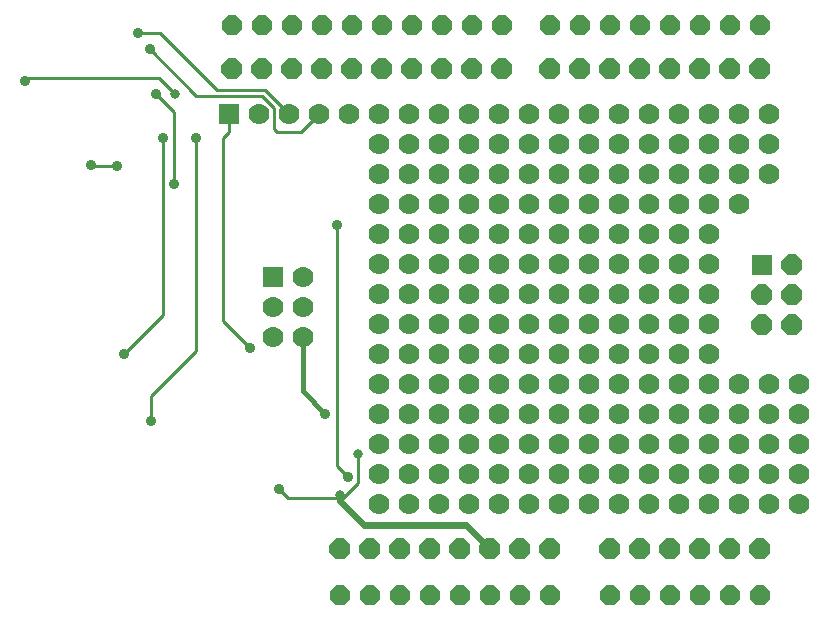
<source format=gbr>
G04 EAGLE Gerber RS-274X export*
G75*
%MOMM*%
%FSLAX34Y34*%
%LPD*%
%INBottom Copper*%
%IPPOS*%
%AMOC8*
5,1,8,0,0,1.08239X$1,22.5*%
G01*
%ADD10C,1.778000*%
%ADD11R,1.778000X1.778000*%
%ADD12P,1.814519X8X22.500000*%
%ADD13P,1.924489X8X22.500000*%
%ADD14P,1.924489X8X112.500000*%
%ADD15P,1.924489X8X292.500000*%
%ADD16C,0.254000*%
%ADD17C,0.906400*%
%ADD18C,0.800100*%
%ADD19C,0.609600*%
%ADD20C,0.406400*%


D10*
X247650Y294640D03*
X247650Y269240D03*
X247650Y243840D03*
D11*
X222250Y294640D03*
D10*
X222250Y269240D03*
X222250Y243840D03*
D12*
X533400Y508000D03*
X508000Y25400D03*
X558800Y508000D03*
X584200Y508000D03*
X609600Y508000D03*
X635000Y508000D03*
X508000Y508000D03*
X482600Y508000D03*
X457200Y508000D03*
X416560Y508000D03*
X391160Y508000D03*
X365760Y508000D03*
X340360Y508000D03*
X314960Y508000D03*
X289560Y508000D03*
X264160Y508000D03*
X238760Y508000D03*
X533400Y25400D03*
X558800Y25400D03*
X584200Y25400D03*
X609600Y25400D03*
X635000Y25400D03*
X457200Y25400D03*
X431800Y25400D03*
X406400Y25400D03*
X381000Y25400D03*
X355600Y25400D03*
X330200Y25400D03*
X213360Y508000D03*
X187960Y508000D03*
X304800Y25400D03*
X279400Y25400D03*
D13*
X661670Y279400D03*
X636270Y279400D03*
D11*
X636270Y304800D03*
D13*
X661670Y304800D03*
X661670Y254000D03*
X636270Y254000D03*
D14*
X457200Y471170D03*
X482600Y471170D03*
X508000Y471170D03*
X533400Y471170D03*
X558800Y471170D03*
X584200Y471170D03*
X609600Y471170D03*
X635000Y471170D03*
D15*
X457200Y64770D03*
X431800Y64770D03*
X406400Y64770D03*
X381000Y64770D03*
X355600Y64770D03*
X330200Y64770D03*
X304800Y64770D03*
X279400Y64770D03*
X635000Y64770D03*
X609600Y64770D03*
X584200Y64770D03*
X558800Y64770D03*
X533400Y64770D03*
X508000Y64770D03*
D14*
X187960Y471170D03*
X213360Y471170D03*
X238760Y471170D03*
X264160Y471170D03*
X289560Y471170D03*
X314960Y471170D03*
X340360Y471170D03*
X365760Y471170D03*
X391160Y471170D03*
X416560Y471170D03*
D11*
X185420Y433070D03*
D10*
X210820Y433070D03*
X236220Y433070D03*
X261620Y433070D03*
X287020Y433070D03*
D16*
X125730Y463550D02*
X15240Y463550D01*
X12700Y461010D01*
D17*
X12700Y461010D03*
D16*
X125730Y463550D02*
X139700Y449580D01*
D18*
X139700Y449580D03*
D17*
X96520Y229870D03*
D16*
X129540Y262890D01*
X129540Y412750D01*
D17*
X129540Y412750D03*
X90170Y388620D03*
D16*
X72390Y388620D01*
X71120Y389890D01*
X68580Y389890D01*
D17*
X68580Y389890D03*
D18*
X294640Y144780D03*
D16*
X281940Y107950D02*
X234950Y107950D01*
X281940Y107950D02*
X294640Y120650D01*
X294640Y144780D01*
D18*
X279400Y110490D03*
D16*
X281940Y107950D01*
X234950Y107950D02*
X227330Y115570D01*
D17*
X227330Y115570D03*
D19*
X386080Y85090D02*
X406400Y64770D01*
X386080Y85090D02*
X299720Y85090D01*
X279400Y105410D01*
X279400Y110490D01*
D20*
X247650Y198120D02*
X247650Y243840D01*
X247650Y198120D02*
X266700Y179070D01*
D17*
X266700Y179070D03*
X119380Y172720D03*
D16*
X119380Y194310D01*
X157480Y232410D01*
X157480Y412750D01*
D17*
X157480Y412750D03*
X123190Y449580D03*
D16*
X138430Y434340D01*
X138430Y373380D01*
D17*
X138430Y373380D03*
X203200Y234950D03*
D16*
X180340Y257810D01*
X180340Y412750D01*
X185420Y417830D01*
X185420Y433070D01*
X246380Y417830D02*
X261620Y433070D01*
X246380Y417830D02*
X226060Y417830D01*
X223520Y420370D01*
X223520Y438150D01*
X213360Y448310D01*
X157480Y448310D01*
X118110Y487680D01*
D17*
X118110Y487680D03*
D10*
X591820Y433070D03*
X591820Y407670D03*
X591820Y382270D03*
X591820Y356870D03*
X591820Y331470D03*
X591820Y306070D03*
X591820Y280670D03*
X591820Y255270D03*
X591820Y229870D03*
X591820Y204470D03*
X591820Y153670D03*
X591820Y179070D03*
X591820Y128270D03*
X591820Y102870D03*
X617220Y102870D03*
X642620Y102870D03*
X642620Y128270D03*
X617220Y128270D03*
X617220Y153670D03*
X668020Y153670D03*
X668020Y128270D03*
X668020Y102870D03*
X642620Y153670D03*
X668020Y179070D03*
X642620Y179070D03*
X617220Y179070D03*
X617220Y204470D03*
X642620Y204470D03*
X668020Y204470D03*
X617220Y356870D03*
X617220Y382270D03*
X642620Y382270D03*
X642620Y407670D03*
X617220Y407670D03*
X617220Y433070D03*
X642620Y433070D03*
X566420Y433070D03*
X566420Y407670D03*
X566420Y382270D03*
X566420Y356870D03*
X566420Y306070D03*
X566420Y331470D03*
X566420Y280670D03*
X566420Y255270D03*
X566420Y229870D03*
X566420Y204470D03*
X566420Y179070D03*
X566420Y153670D03*
X566420Y128270D03*
X566420Y102870D03*
X541020Y102870D03*
X515620Y102870D03*
X515620Y128270D03*
X541020Y128270D03*
X541020Y153670D03*
X515620Y153670D03*
X515620Y179070D03*
X541020Y179070D03*
X541020Y204470D03*
X515620Y204470D03*
X515620Y229870D03*
X541020Y229870D03*
X541020Y255270D03*
X515620Y255270D03*
X515620Y280670D03*
X541020Y280670D03*
X541020Y306070D03*
X515620Y306070D03*
X515620Y331470D03*
X541020Y331470D03*
X541020Y356870D03*
X515620Y356870D03*
X515620Y382270D03*
X541020Y382270D03*
X541020Y407670D03*
X515620Y407670D03*
X515620Y433070D03*
X541020Y433070D03*
X490220Y433070D03*
X490220Y407670D03*
X490220Y382270D03*
X490220Y356870D03*
X490220Y331470D03*
X490220Y280670D03*
X490220Y306070D03*
X490220Y255270D03*
X490220Y229870D03*
X490220Y179070D03*
X490220Y153670D03*
X490220Y128270D03*
X490220Y102870D03*
X490220Y204470D03*
X464820Y102870D03*
X464820Y128270D03*
X464820Y153670D03*
X464820Y179070D03*
X464820Y204470D03*
X464820Y229870D03*
X464820Y255270D03*
X464820Y280670D03*
X464820Y306070D03*
X464820Y331470D03*
X464820Y356870D03*
X464820Y382270D03*
X464820Y407670D03*
X464820Y433070D03*
X439420Y433070D03*
X439420Y407670D03*
X439420Y382270D03*
X439420Y356870D03*
X439420Y331470D03*
X439420Y306070D03*
X439420Y280670D03*
X439420Y255270D03*
X439420Y229870D03*
X439420Y179070D03*
X439420Y204470D03*
X439420Y153670D03*
X439420Y128270D03*
X439420Y102870D03*
X414020Y102870D03*
X414020Y128270D03*
X414020Y153670D03*
X414020Y179070D03*
X414020Y204470D03*
X414020Y229870D03*
X414020Y255270D03*
X414020Y280670D03*
X414020Y306070D03*
X414020Y331470D03*
X414020Y356870D03*
X414020Y382270D03*
X414020Y407670D03*
X414020Y433070D03*
X388620Y433070D03*
X363220Y433070D03*
X337820Y433070D03*
X312420Y433070D03*
X312420Y407670D03*
X312420Y382270D03*
X312420Y356870D03*
X312420Y331470D03*
X312420Y306070D03*
X312420Y280670D03*
X312420Y255270D03*
X312420Y229870D03*
X312420Y204470D03*
X312420Y179070D03*
X312420Y153670D03*
X312420Y128270D03*
X312420Y102870D03*
X337820Y102870D03*
X337820Y128270D03*
X363220Y102870D03*
X388620Y102870D03*
X388620Y128270D03*
X363220Y128270D03*
X337820Y153670D03*
X363220Y153670D03*
X388620Y153670D03*
X388620Y179070D03*
X363220Y179070D03*
X337820Y179070D03*
X337820Y204470D03*
X363220Y204470D03*
X388620Y204470D03*
X388620Y229870D03*
X363220Y229870D03*
X337820Y229870D03*
X337820Y255270D03*
X363220Y255270D03*
X388620Y255270D03*
X388620Y280670D03*
X363220Y280670D03*
X337820Y280670D03*
X337820Y306070D03*
X337820Y331470D03*
X337820Y356870D03*
X337820Y382270D03*
X337820Y407670D03*
X363220Y407670D03*
X388620Y407670D03*
X388620Y382270D03*
X363220Y382270D03*
X363220Y356870D03*
X388620Y306070D03*
X388620Y356870D03*
X388620Y331470D03*
X363220Y331470D03*
X363220Y306070D03*
D17*
X276860Y339090D03*
D16*
X276860Y134620D01*
X285750Y125730D01*
D17*
X285750Y125730D03*
D16*
X236220Y433070D02*
X215900Y453390D01*
X175260Y453390D01*
D17*
X107950Y501650D03*
D16*
X127000Y501650D02*
X175260Y453390D01*
X127000Y501650D02*
X107950Y501650D01*
M02*

</source>
